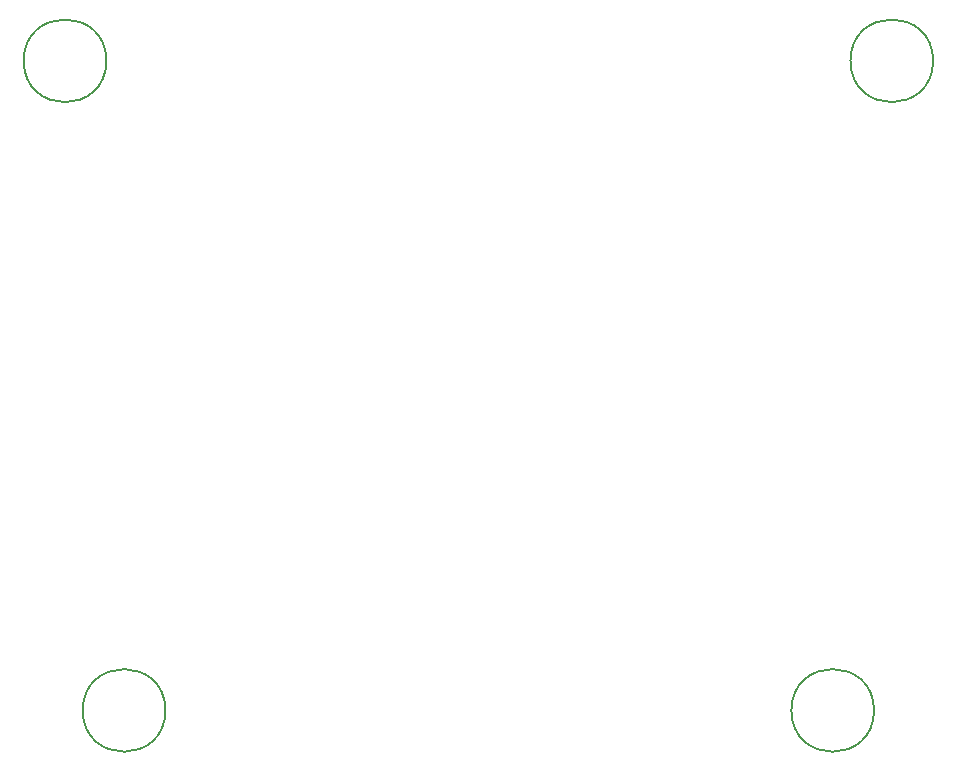
<source format=gbr>
%TF.GenerationSoftware,KiCad,Pcbnew,7.0.9*%
%TF.CreationDate,2024-05-14T12:43:38+09:00*%
%TF.ProjectId,04-line,30342d6c-696e-4652-9e6b-696361645f70,rev?*%
%TF.SameCoordinates,Original*%
%TF.FileFunction,Other,Comment*%
%FSLAX46Y46*%
G04 Gerber Fmt 4.6, Leading zero omitted, Abs format (unit mm)*
G04 Created by KiCad (PCBNEW 7.0.9) date 2024-05-14 12:43:38*
%MOMM*%
%LPD*%
G01*
G04 APERTURE LIST*
%ADD10C,0.150000*%
G04 APERTURE END LIST*
D10*
%TO.C,REF\u002A\u002A*%
X118900500Y-150000000D02*
G75*
G03*
X118900500Y-150000000I-3500000J0D01*
G01*
X58900500Y-150000000D02*
G75*
G03*
X58900500Y-150000000I-3500000J0D01*
G01*
X123900500Y-95000000D02*
G75*
G03*
X123900500Y-95000000I-3500000J0D01*
G01*
X53900500Y-95000000D02*
G75*
G03*
X53900500Y-95000000I-3500000J0D01*
G01*
%TD*%
M02*

</source>
